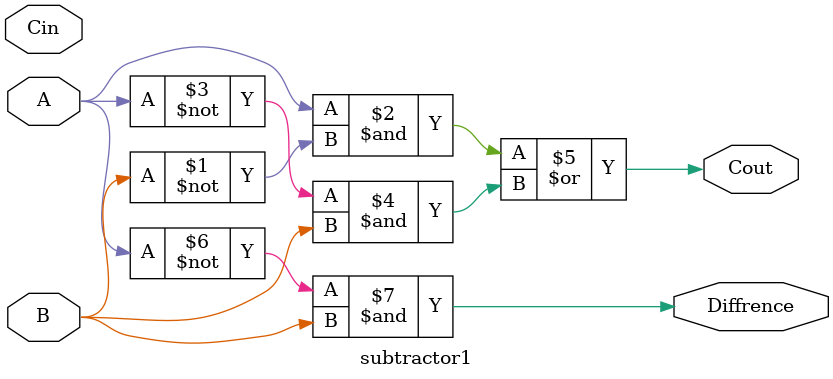
<source format=sv>
`timescale 1ns / 1ps


module subtractor1(
    input A,
    input B,
    input Cin,
    output Cout,
    output Diffrence
    );
    assign Cout = (A & ~B) | (~A&B);
    assign Diffrence = ( ~A&B);
endmodule

</source>
